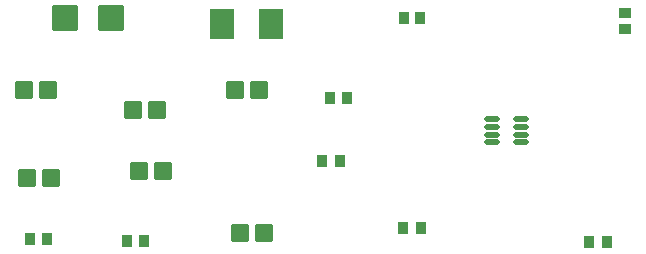
<source format=gts>
G04 Layer: TopSolderMaskLayer*
G04 EasyEDA Pro v2.2.31.6, 2024-09-23 19:55:52*
G04 Gerber Generator version 0.3*
G04 Scale: 100 percent, Rotated: No, Reflected: No*
G04 Dimensions in millimeters*
G04 Leading zeros omitted, absolute positions, 3 integers and 5 decimals*
%FSLAX35Y35*%
%MOMM*%
%AMRoundRect*1,1,$1,$2,$3*1,1,$1,$4,$5*1,1,$1,0-$2,0-$3*1,1,$1,0-$4,0-$5*20,1,$1,$2,$3,$4,$5,0*20,1,$1,$4,$5,0-$2,0-$3,0*20,1,$1,0-$2,0-$3,0-$4,0-$5,0*20,1,$1,0-$4,0-$5,$2,$3,0*4,1,4,$2,$3,$4,$5,0-$2,0-$3,0-$4,0-$5,$2,$3,0*%
%ADD10RoundRect,0.09495X-0.70833X0.67833X0.70833X0.67833*%
%ADD11RoundRect,0.09131X-0.40514X0.45514X0.40514X0.45514*%
%ADD12RoundRect,0.09495X0.70833X-0.67833X-0.70833X-0.67833*%
%ADD13RoundRect,0.09131X-0.45514X-0.40514X-0.45514X0.40514*%
%ADD14RoundRect,0.09704X1.03728X-1.03228X-1.03728X-1.03228*%
%ADD15RoundRect,0.09669X-0.95245X1.25245X0.95245X1.25245*%
%ADD16RoundRect,0.09138X0.40835X-0.43712X-0.40835X-0.43712*%
%ADD17RoundRect,0.09138X-0.40835X0.43712X0.40835X0.43712*%
%ADD18O,1.32359X0.46561*%
G75*


G04 Pad Start*
G54D10*
G01X422384Y-1314864D03*
G01X222385Y-1314864D03*
G01X448544Y-2064164D03*
G01X248544Y-2064164D03*
G54D11*
G01X1232177Y-2597564D03*
G01X1092172Y-2597564D03*
G01X3575202Y-711200D03*
G01X3435198Y-711200D03*
G54D10*
G01X1344783Y-1486532D03*
G01X1144783Y-1486532D03*
G01X1396342Y-2007232D03*
G01X1196343Y-2007232D03*
G01X2248002Y-2527932D03*
G01X2048002Y-2527932D03*
G54D12*
G01X2008200Y-1320800D03*
G01X2208200Y-1320800D03*
G54D13*
G01X5308096Y-665552D03*
G01X5308096Y-805557D03*
G54D14*
G01X569100Y-711200D03*
G01X954900Y-711200D03*
G54D15*
G01X1900081Y-759998D03*
G01X2310088Y-759998D03*
G54D16*
G01X2744064Y-1917700D03*
G01X2894736Y-1917700D03*
G54D17*
G01X418236Y-2578100D03*
G01X267564Y-2578100D03*
G54D16*
G01X2807564Y-1384300D03*
G01X2958236Y-1384300D03*
G01X3429864Y-2489200D03*
G01X3580536Y-2489200D03*
G54D17*
G01X5151766Y-2607201D03*
G01X5001094Y-2607201D03*
G54D18*
G01X4426407Y-1761211D03*
G01X4426407Y-1696212D03*
G01X4426407Y-1631213D03*
G01X4426407Y-1566189D03*
G01X4184193Y-1761211D03*
G01X4184193Y-1696212D03*
G01X4184193Y-1631213D03*
G01X4184193Y-1566189D03*
G04 Pad End*

M02*


</source>
